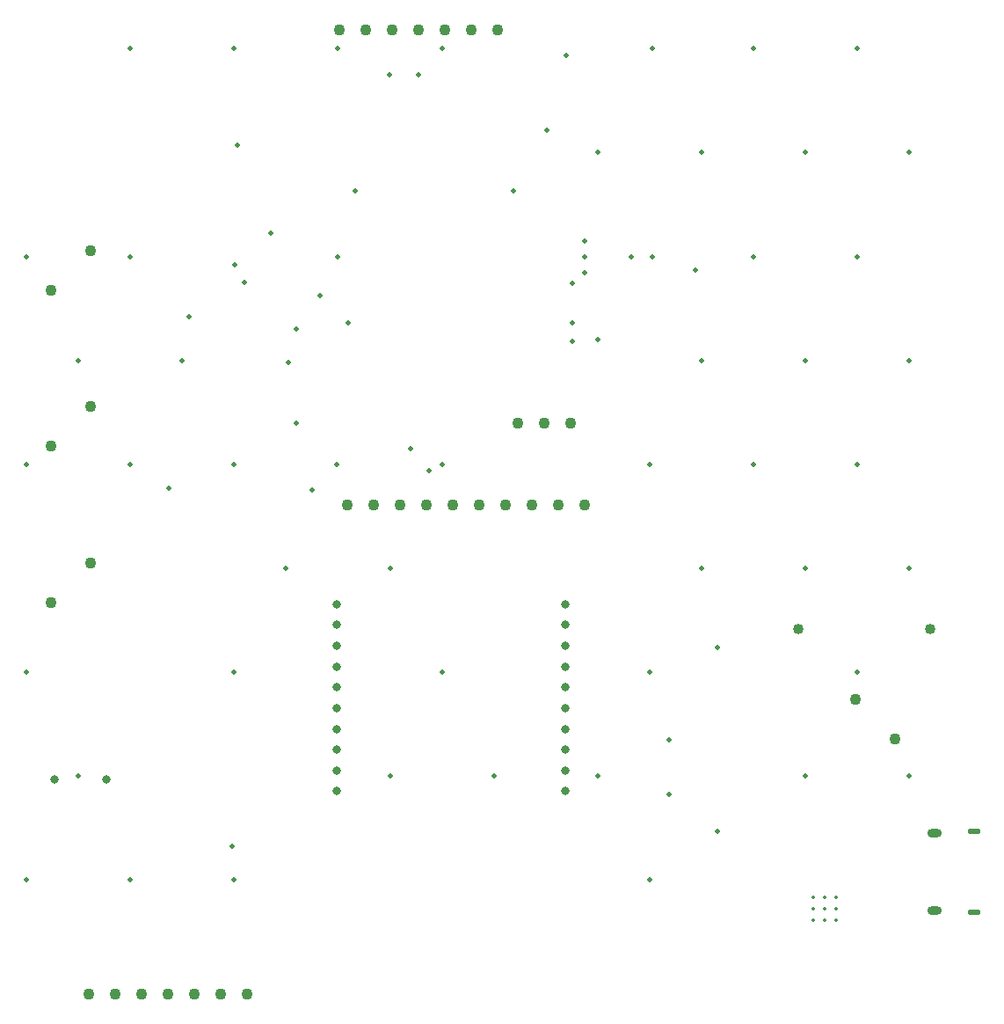
<source format=gbr>
%TF.GenerationSoftware,Altium Limited,Altium Designer,22.7.1 (60)*%
G04 Layer_Color=0*
%FSLAX43Y43*%
%MOMM*%
%TF.SameCoordinates,2B380584-264C-487A-9C59-0A3591007A03*%
%TF.FilePolarity,Positive*%
%TF.FileFunction,Plated,1,2,PTH,Drill*%
%TF.Part,Single*%
G01*
G75*
%TA.AperFunction,ComponentDrill*%
%ADD92C,0.800*%
%ADD101C,1.100*%
%ADD102O,1.400X0.850*%
%ADD103O,1.200X0.550*%
%ADD104C,1.020*%
%ADD105C,1.100*%
%ADD106C,0.800*%
%TA.AperFunction,ViaDrill,NotFilled*%
%ADD107C,0.500*%
%ADD108C,0.350*%
D92*
X36244Y41000D02*
D03*
Y39000D02*
D03*
Y37000D02*
D03*
Y23000D02*
D03*
Y25000D02*
D03*
Y27000D02*
D03*
Y29000D02*
D03*
Y31000D02*
D03*
Y33000D02*
D03*
Y35000D02*
D03*
X58244Y41000D02*
D03*
Y39000D02*
D03*
Y37000D02*
D03*
Y23000D02*
D03*
Y25000D02*
D03*
Y27000D02*
D03*
Y29000D02*
D03*
Y31000D02*
D03*
Y33000D02*
D03*
Y35000D02*
D03*
D101*
X36449Y96266D02*
D03*
X38989D02*
D03*
X44069D02*
D03*
X49149D02*
D03*
X51689D02*
D03*
X46609D02*
D03*
X41529D02*
D03*
X27620Y3500D02*
D03*
X25080D02*
D03*
X20000D02*
D03*
X14920D02*
D03*
X12380D02*
D03*
X17460D02*
D03*
X22540D02*
D03*
X58714Y58404D02*
D03*
X56174D02*
D03*
X53634D02*
D03*
X90000Y28000D02*
D03*
X86190Y31810D02*
D03*
X37211Y50546D02*
D03*
X42291D02*
D03*
X47371D02*
D03*
X52451D02*
D03*
X60071D02*
D03*
X57531D02*
D03*
X54991D02*
D03*
X49911D02*
D03*
X44831D02*
D03*
X39751D02*
D03*
D102*
X93800Y11515D02*
D03*
Y18965D02*
D03*
D103*
X97600Y11365D02*
D03*
Y19115D02*
D03*
D104*
X93372Y38611D02*
D03*
X80672D02*
D03*
D105*
X12500Y75000D02*
D03*
X8690Y71190D02*
D03*
X12500Y60000D02*
D03*
X8690Y56190D02*
D03*
X12500Y45000D02*
D03*
X8690Y41190D02*
D03*
D106*
X9057Y24130D02*
D03*
X14057D02*
D03*
D107*
X60071Y75946D02*
D03*
Y72898D02*
D03*
Y74422D02*
D03*
X66648Y94473D02*
D03*
X44122Y91948D02*
D03*
X36226Y54483D02*
D03*
X29845Y76750D02*
D03*
X66580Y74473D02*
D03*
X64611Y74422D02*
D03*
X6340Y74473D02*
D03*
X31546Y64267D02*
D03*
X32326Y67503D02*
D03*
X38031Y80772D02*
D03*
X32326Y58404D02*
D03*
X33829Y52028D02*
D03*
X36340Y74473D02*
D03*
X58293Y93853D02*
D03*
X20066Y52204D02*
D03*
X26416Y73660D02*
D03*
X34614Y70678D02*
D03*
X81340Y64473D02*
D03*
X86340Y94473D02*
D03*
X91340Y84473D02*
D03*
X86340Y74473D02*
D03*
X91340Y64473D02*
D03*
X86340Y54473D02*
D03*
X91340Y44473D02*
D03*
X86340Y34473D02*
D03*
X91340Y24473D02*
D03*
X76340Y94473D02*
D03*
X81340Y84473D02*
D03*
X76340Y74473D02*
D03*
Y54473D02*
D03*
X81340Y44473D02*
D03*
Y24473D02*
D03*
X71340Y84473D02*
D03*
Y64473D02*
D03*
X66340Y54473D02*
D03*
X71340Y44473D02*
D03*
X66340Y34473D02*
D03*
Y14473D02*
D03*
X61340Y84473D02*
D03*
Y24473D02*
D03*
X46340Y94473D02*
D03*
Y54473D02*
D03*
Y34473D02*
D03*
X51340Y24473D02*
D03*
X36340Y94473D02*
D03*
X41340Y44473D02*
D03*
Y24473D02*
D03*
X26340Y94473D02*
D03*
Y54473D02*
D03*
X31340Y44473D02*
D03*
X26340Y34473D02*
D03*
Y14473D02*
D03*
X16340Y94473D02*
D03*
Y74473D02*
D03*
X21340Y64473D02*
D03*
X16340Y54473D02*
D03*
Y14473D02*
D03*
X11340Y64473D02*
D03*
X6340Y54473D02*
D03*
Y34473D02*
D03*
X11340Y24473D02*
D03*
X6340Y14473D02*
D03*
X27284Y71939D02*
D03*
X61340Y66486D02*
D03*
X37311Y68072D02*
D03*
X26641Y85217D02*
D03*
X45119Y53848D02*
D03*
X43355Y55978D02*
D03*
X26123Y17740D02*
D03*
X41281Y91948D02*
D03*
X58928Y68072D02*
D03*
Y66294D02*
D03*
X21971Y68707D02*
D03*
X72898Y19177D02*
D03*
Y36830D02*
D03*
X68183Y27924D02*
D03*
Y22717D02*
D03*
X53213Y80772D02*
D03*
X70739Y73152D02*
D03*
X58928Y71882D02*
D03*
X56468Y86661D02*
D03*
D108*
X84285Y12784D02*
D03*
Y11684D02*
D03*
X83185Y12784D02*
D03*
Y11684D02*
D03*
X82085D02*
D03*
X84285Y10584D02*
D03*
X83185D02*
D03*
X82085Y12784D02*
D03*
Y10584D02*
D03*
%TF.MD5,a4eb1bac2c0f58aa7219f5be27a60ee7*%
M02*

</source>
